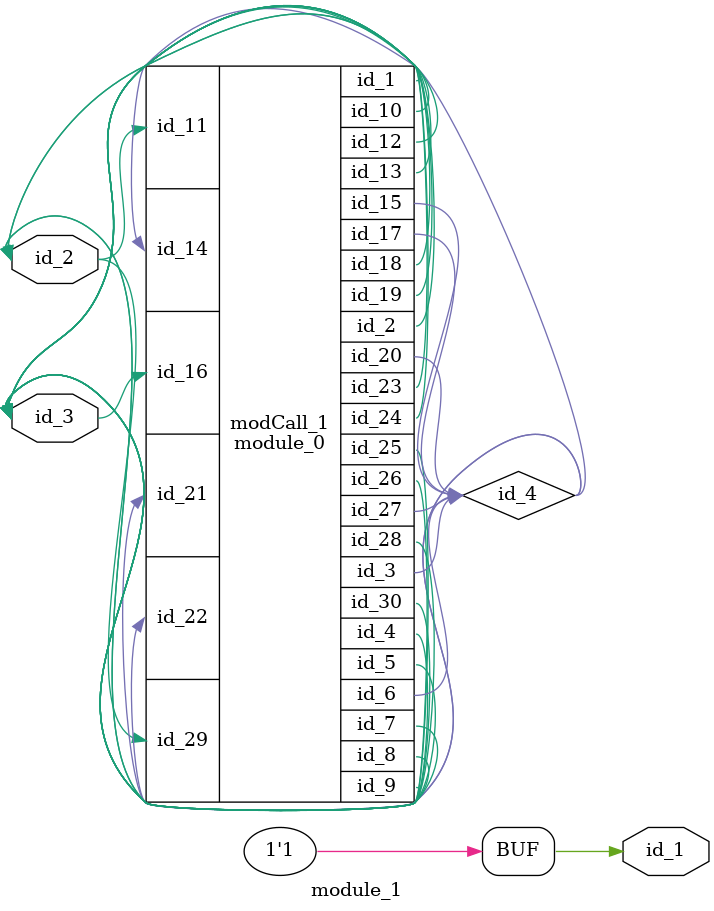
<source format=v>
module module_0 (
    id_1,
    id_2,
    id_3,
    id_4,
    id_5,
    id_6,
    id_7,
    id_8,
    id_9,
    id_10,
    id_11,
    id_12,
    id_13,
    id_14,
    id_15,
    id_16,
    id_17,
    id_18,
    id_19,
    id_20,
    id_21,
    id_22,
    id_23,
    id_24,
    id_25,
    id_26,
    id_27,
    id_28,
    id_29,
    id_30
);
  inout wire id_30;
  input wire id_29;
  inout wire id_28;
  inout wire id_27;
  output wire id_26;
  output wire id_25;
  inout wire id_24;
  inout wire id_23;
  input wire id_22;
  input wire id_21;
  inout wire id_20;
  inout wire id_19;
  output wire id_18;
  inout wire id_17;
  input wire id_16;
  inout wire id_15;
  input wire id_14;
  output wire id_13;
  inout wire id_12;
  input wire id_11;
  inout wire id_10;
  output wire id_9;
  output wire id_8;
  output wire id_7;
  inout wire id_6;
  output wire id_5;
  inout wire id_4;
  output wire id_3;
  inout wire id_2;
  output wire id_1;
  wire id_31;
  wire id_32;
endmodule
module module_1 (
    id_1,
    id_2,
    id_3
);
  inout wire id_3;
  inout wire id_2;
  output wire id_1;
  wire id_4;
  assign id_1 = 1;
  module_0 modCall_1 (
      id_3,
      id_3,
      id_4,
      id_3,
      id_3,
      id_4,
      id_3,
      id_2,
      id_3,
      id_3,
      id_2,
      id_2,
      id_2,
      id_4,
      id_4,
      id_3,
      id_4,
      id_3,
      id_3,
      id_4,
      id_4,
      id_4,
      id_3,
      id_3,
      id_3,
      id_3,
      id_4,
      id_2,
      id_2,
      id_3
  );
  wire id_5;
endmodule

</source>
